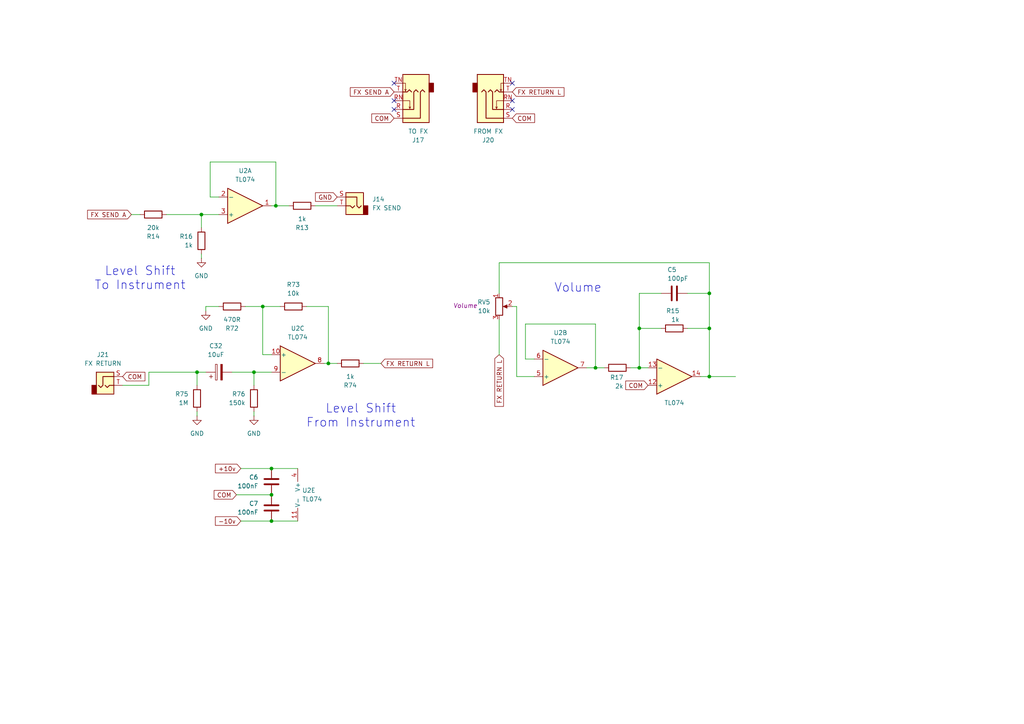
<source format=kicad_sch>
(kicad_sch (version 20231120) (generator "eeschema") (generator_version "8.0")
  (paper "A4")
  (title_block (title "Audio Thing Template") (rev "1.0") (company "velvia-fifty") (comment 1 "https://github.com/velvia-fifty/AudioThings") (comment 2 "You should have changed this already :)") (comment 4 "Stay humble"))
  (lib_symbols
    (symbol "Amplifier_Operational:TL074" (pin_names (offset 0.127))
      (property "Reference" "U" (at 0 5.08 0))
      (property "Value" "TL074" (at 0 -5.08 0))
      (symbol "TL074_1_1"
        (polyline (pts (xy -5.08 5.08) (xy 5.08 0) (xy -5.08 -5.08) (xy -5.08 5.08)) (stroke (width 0.254)) (fill (type background)))
        (pin output line (at 7.62 0 180) (length 2.54) (name "~") (number "1"))
        (pin input line (at -7.62 -2.54 0) (length 2.54) (name "-") (number "2"))
        (pin input line (at -7.62 2.54 0) (length 2.54) (name "+") (number "3"))
      )
      (symbol "TL074_2_1"
        (polyline (pts (xy -5.08 5.08) (xy 5.08 0) (xy -5.08 -5.08) (xy -5.08 5.08)) (stroke (width 0.254)) (fill (type background)))
        (pin input line (at -7.62 2.54 0) (length 2.54) (name "+") (number "5"))
        (pin input line (at -7.62 -2.54 0) (length 2.54) (name "-") (number "6"))
        (pin output line (at 7.62 0 180) (length 2.54) (name "~") (number "7"))
      )
      (symbol "TL074_3_1"
        (polyline (pts (xy -5.08 5.08) (xy 5.08 0) (xy -5.08 -5.08) (xy -5.08 5.08)) (stroke (width 0.254)) (fill (type background)))
        (pin input line (at -7.62 2.54 0) (length 2.54) (name "+") (number "10"))
        (pin output line (at 7.62 0 180) (length 2.54) (name "~") (number "8"))
        (pin input line (at -7.62 -2.54 0) (length 2.54) (name "-") (number "9"))
      )
      (symbol "TL074_4_1"
        (polyline (pts (xy -5.08 5.08) (xy 5.08 0) (xy -5.08 -5.08) (xy -5.08 5.08)) (stroke (width 0.254)) (fill (type background)))
        (pin input line (at -7.62 2.54 0) (length 2.54) (name "+") (number "12"))
        (pin input line (at -7.62 -2.54 0) (length 2.54) (name "-") (number "13"))
        (pin output line (at 7.62 0 180) (length 2.54) (name "~") (number "14"))
      )
      (symbol "TL074_5_1"
        (pin power_in line (at -2.54 -7.62 90) (length 3.81) (name "V-") (number "11"))
        (pin power_in line (at -2.54 7.62 270) (length 3.81) (name "V+") (number "4"))
      )
    )
    (symbol "Connector_Audio:AudioJack2"
      (property "Reference" "J" (at 0 8.89 0))
      (property "Value" "AudioJack2" (at 0 6.35 0))
      (symbol "AudioJack2_0_1"
        (rectangle (start -3.81 0) (end -2.54 -2.54) (stroke (width 0.254)) (fill (type outline)))
        (rectangle (start -2.54 3.81) (end 2.54 -2.54) (stroke (width 0.254)) (fill (type background)))
        (polyline (pts (xy 0 0) (xy 0.635 -0.635) (xy 1.27 0) (xy 2.54 0)) (stroke (width 0.254)))
        (polyline (pts (xy 2.54 2.54) (xy -0.635 2.54) (xy -0.635 0) (xy -1.27 -0.635) (xy -1.905 0)) (stroke (width 0.254)))
      )
      (symbol "AudioJack2_1_1"
        (pin passive line (at 5.08 2.54 180) (length 2.54) (name "~") (number "S"))
        (pin passive line (at 5.08 0 180) (length 2.54) (name "~") (number "T"))
      )
    )
    (symbol "Connector_Audio:AudioJack3_SwitchTR"
      (property "Reference" "J" (at 0 8.89 0))
      (property "Value" "AudioJack3_SwitchTR" (at 0 6.35 0))
      (symbol "AudioJack3_SwitchTR_0_1"
        (rectangle (start -5.08 -5.08) (end -6.35 -7.62) (stroke (width 0.254)) (fill (type outline)))
        (polyline (pts (xy 0.508 -0.254) (xy 0.762 -0.762)))
        (polyline (pts (xy 1.778 -5.334) (xy 2.032 -5.842)))
        (polyline (pts (xy 0 -5.08) (xy 0.635 -5.715) (xy 1.27 -5.08) (xy 2.54 -5.08)) (stroke (width 0.254)))
        (polyline (pts (xy 2.54 -7.62) (xy 1.778 -7.62) (xy 1.778 -5.334) (xy 1.524 -5.842)))
        (polyline (pts (xy 2.54 -2.54) (xy 0.508 -2.54) (xy 0.508 -0.254) (xy 0.254 -0.762)))
        (polyline (pts (xy -1.905 -5.08) (xy -1.27 -5.715) (xy -0.635 -5.08) (xy -0.635 0) (xy 2.54 0)) (stroke (width 0.254)))
        (polyline (pts (xy 2.54 2.54) (xy -2.54 2.54) (xy -2.54 -5.08) (xy -3.175 -5.715) (xy -3.81 -5.08)) (stroke (width 0.254)))
        (rectangle (start 2.54 3.81) (end -5.08 -10.16) (stroke (width 0.254)) (fill (type background)))
      )
      (symbol "AudioJack3_SwitchTR_1_1"
        (pin passive line (at 5.08 0 180) (length 2.54) (name "~") (number "R"))
        (pin passive line (at 5.08 -2.54 180) (length 2.54) (name "~") (number "RN"))
        (pin passive line (at 5.08 2.54 180) (length 2.54) (name "~") (number "S"))
        (pin passive line (at 5.08 -5.08 180) (length 2.54) (name "~") (number "T"))
        (pin passive line (at 5.08 -7.62 180) (length 2.54) (name "~") (number "TN"))
      )
    )
    (symbol "Device:C" (pin_numbers hide) (pin_names (offset 0.254))
      (property "Reference" "C" (at 0.635 2.54 0))
      (property "Value" "C" (at 0.635 -2.54 0))
      (symbol "C_0_1"
        (polyline (pts (xy -2.032 -0.762) (xy 2.032 -0.762)) (stroke (width 0.508)))
        (polyline (pts (xy -2.032 0.762) (xy 2.032 0.762)) (stroke (width 0.508)))
      )
      (symbol "C_1_1"
        (pin passive line (at 0 3.81 270) (length 2.794) (name "~") (number "1"))
        (pin passive line (at 0 -3.81 90) (length 2.794) (name "~") (number "2"))
      )
    )
    (symbol "Device:C_Polarized" (pin_numbers hide) (pin_names (offset 0.254))
      (property "Reference" "C" (at 0.635 2.54 0))
      (property "Value" "C_Polarized" (at 0.635 -2.54 0))
      (symbol "C_Polarized_0_1"
        (rectangle (start -2.286 0.508) (end 2.286 1.016))
        (polyline (pts (xy -1.778 2.286) (xy -0.762 2.286)))
        (polyline (pts (xy -1.27 2.794) (xy -1.27 1.778)))
        (rectangle (start 2.286 -0.508) (end -2.286 -1.016) (fill (type outline)))
      )
      (symbol "C_Polarized_1_1"
        (pin passive line (at 0 3.81 270) (length 2.794) (name "~") (number "1"))
        (pin passive line (at 0 -3.81 90) (length 2.794) (name "~") (number "2"))
      )
    )
    (symbol "Device:R" (pin_numbers hide) (pin_names (offset 0))
      (property "Reference" "R" (at 2.032 0 90))
      (property "Value" "R" (at 0 0 90))
      (symbol "R_0_1"
        (rectangle (start -1.016 -2.54) (end 1.016 2.54) (stroke (width 0.254)))
      )
      (symbol "R_1_1"
        (pin passive line (at 0 3.81 270) (length 1.27) (name "~") (number "1"))
        (pin passive line (at 0 -3.81 90) (length 1.27) (name "~") (number "2"))
      )
    )
    (symbol "Device:R_Potentiometer" (pin_names (offset 1.016) hide)
      (property "Reference" "RV" (at -4.445 0 90))
      (property "Value" "R_Potentiometer" (at -2.54 0 90))
      (symbol "R_Potentiometer_0_1"
        (polyline (pts (xy 2.54 0) (xy 1.524 0)))
        (polyline (pts (xy 1.143 0) (xy 2.286 0.508) (xy 2.286 -0.508) (xy 1.143 0)) (fill (type outline)))
        (rectangle (start 1.016 2.54) (end -1.016 -2.54) (stroke (width 0.254)))
      )
      (symbol "R_Potentiometer_1_1"
        (pin passive line (at 0 3.81 270) (length 1.27) (name "1") (number "1"))
        (pin passive line (at 3.81 0 180) (length 1.27) (name "2") (number "2"))
        (pin passive line (at 0 -3.81 90) (length 1.27) (name "3") (number "3"))
      )
    )
    (symbol "power:GND" (power) (pin_numbers hide) (pin_names (offset 0) hide)
      (property "Value" "GND" (at 0 -3.81 0))
      (symbol "GND_0_1"
        (polyline (pts (xy 0 0) (xy 0 -1.27) (xy 1.27 -1.27) (xy 0 -2.54) (xy -1.27 -1.27) (xy 0 -1.27)))
      )
      (symbol "GND_1_1"
        (pin power_in line (at 0 0 270) (length 0) (name "~") (number "1"))
      )
    )
  )
  (junction (at 57.15 107.95))
  (junction (at 185.42 95.25))
  (junction (at 205.74 85.09))
  (junction (at 73.66 107.95))
  (junction (at 76.2 88.9))
  (junction (at 58.42 62.23))
  (junction (at 172.72 106.68))
  (junction (at 78.74 135.89))
  (junction (at 78.74 151.13))
  (junction (at 95.25 105.41))
  (junction (at 80.01 59.69))
  (junction (at 205.74 109.22))
  (junction (at 185.42 106.68))
  (junction (at 78.74 143.51))
  (junction (at 205.74 95.25))
  (no_connect (at 114.3 29.21))
  (no_connect (at 114.3 31.75))
  (no_connect (at 148.59 29.21))
  (no_connect (at 148.59 31.75))
  (no_connect (at 148.59 24.13))
  (no_connect (at 114.3 24.13))
  (wire (pts (xy 68.58 143.51) (xy 78.74 143.51)))
  (wire (pts (xy 205.74 95.25) (xy 205.74 109.22)))
  (wire (pts (xy 185.42 85.09) (xy 185.42 95.25)))
  (wire (pts (xy 80.01 46.99) (xy 80.01 59.69)))
  (wire (pts (xy 57.15 107.95) (xy 59.69 107.95)))
  (wire (pts (xy 95.25 105.41) (xy 93.98 105.41)))
  (wire (pts (xy 57.15 119.38) (xy 57.15 120.65)))
  (wire (pts (xy 76.2 102.87) (xy 76.2 88.9)))
  (wire (pts (xy 63.5 57.15) (xy 60.96 57.15)))
  (wire (pts (xy 48.26 62.23) (xy 58.42 62.23)))
  (wire (pts (xy 152.4 93.98) (xy 172.72 93.98)))
  (wire (pts (xy 71.12 88.9) (xy 76.2 88.9)))
  (wire (pts (xy 73.66 119.38) (xy 73.66 120.65)))
  (wire (pts (xy 43.18 107.95) (xy 57.15 107.95)))
  (wire (pts (xy 185.42 95.25) (xy 191.77 95.25)))
  (wire (pts (xy 57.15 111.76) (xy 57.15 107.95)))
  (wire (pts (xy 76.2 88.9) (xy 81.28 88.9)))
  (wire (pts (xy 73.66 111.76) (xy 73.66 107.95)))
  (wire (pts (xy 110.49 105.41) (xy 105.41 105.41)))
  (wire (pts (xy 59.69 88.9) (xy 63.5 88.9)))
  (wire (pts (xy 187.96 106.68) (xy 185.42 106.68)))
  (wire (pts (xy 172.72 93.98) (xy 172.72 106.68)))
  (wire (pts (xy 78.74 135.89) (xy 86.36 135.89)))
  (wire (pts (xy 148.59 88.9) (xy 149.86 88.9)))
  (wire (pts (xy 60.96 57.15) (xy 60.96 46.99)))
  (wire (pts (xy 199.39 85.09) (xy 205.74 85.09)))
  (wire (pts (xy 43.18 111.76) (xy 43.18 107.95)))
  (wire (pts (xy 191.77 85.09) (xy 185.42 85.09)))
  (wire (pts (xy 88.9 88.9) (xy 95.25 88.9)))
  (wire (pts (xy 58.42 73.66) (xy 58.42 74.93)))
  (wire (pts (xy 83.82 59.69) (xy 80.01 59.69)))
  (wire (pts (xy 205.74 109.22) (xy 203.2 109.22)))
  (wire (pts (xy 60.96 46.99) (xy 80.01 46.99)))
  (wire (pts (xy 38.1 62.23) (xy 40.64 62.23)))
  (wire (pts (xy 78.74 107.95) (xy 73.66 107.95)))
  (wire (pts (xy 69.85 135.89) (xy 78.74 135.89)))
  (wire (pts (xy 95.25 88.9) (xy 95.25 105.41)))
  (wire (pts (xy 78.74 59.69) (xy 80.01 59.69)))
  (wire (pts (xy 78.74 151.13) (xy 86.36 151.13)))
  (wire (pts (xy 144.78 92.71) (xy 144.78 102.87)))
  (wire (pts (xy 149.86 88.9) (xy 149.86 109.22)))
  (wire (pts (xy 154.94 104.14) (xy 152.4 104.14)))
  (wire (pts (xy 63.5 62.23) (xy 58.42 62.23)))
  (wire (pts (xy 172.72 106.68) (xy 170.18 106.68)))
  (wire (pts (xy 73.66 107.95) (xy 67.31 107.95)))
  (wire (pts (xy 69.85 151.13) (xy 78.74 151.13)))
  (wire (pts (xy 35.56 111.76) (xy 43.18 111.76)))
  (wire (pts (xy 185.42 95.25) (xy 185.42 106.68)))
  (wire (pts (xy 205.74 76.2) (xy 144.78 76.2)))
  (wire (pts (xy 205.74 85.09) (xy 205.74 76.2)))
  (wire (pts (xy 185.42 106.68) (xy 182.88 106.68)))
  (wire (pts (xy 97.79 59.69) (xy 91.44 59.69)))
  (wire (pts (xy 78.74 102.87) (xy 76.2 102.87)))
  (wire (pts (xy 144.78 76.2) (xy 144.78 85.09)))
  (wire (pts (xy 97.79 105.41) (xy 95.25 105.41)))
  (wire (pts (xy 205.74 109.22) (xy 213.36 109.22)))
  (wire (pts (xy 175.26 106.68) (xy 172.72 106.68)))
  (wire (pts (xy 149.86 109.22) (xy 154.94 109.22)))
  (wire (pts (xy 59.69 90.17) (xy 59.69 88.9)))
  (wire (pts (xy 152.4 104.14) (xy 152.4 93.98)))
  (wire (pts (xy 205.74 85.09) (xy 205.74 95.25)))
  (wire (pts (xy 199.39 95.25) (xy 205.74 95.25)))
  (wire (pts (xy 58.42 62.23) (xy 58.42 66.04)))
  (text "Level Shift\nTo Instrument" (at 40.64 80.772 0) (effects (font (size 2.54 2.54))))
  (text "Level Shift\nFrom Instrument" (at 104.648 120.65 0) (effects (font (size 2.54 2.54))))
  (text "Volume" (at 167.64 83.566 0) (effects (font (size 2.54 2.54))))
  (global_label "FX SEND A" (shape input) (at 38.1 62.23 180) (property "Intersheetrefs" "${INTERSHEET_REFS}" (effects (hide yes))))
  (global_label "GND" (shape input) (at 97.79 57.15 180) (property "Intersheetrefs" "${INTERSHEET_REFS}" (effects (hide yes))))
  (global_label "COM" (shape input) (at 68.58 143.51 180) (property "Intersheetrefs" "${INTERSHEET_REFS}" (effects (hide yes))))
  (global_label "FX SEND A" (shape input) (at 114.3 26.67 180) (property "Intersheetrefs" "${INTERSHEET_REFS}" (effects (hide yes))))
  (global_label "COM" (shape input) (at 114.3 34.29 180) (property "Intersheetrefs" "${INTERSHEET_REFS}" (effects (hide yes))))
  (global_label "COM" (shape input) (at 187.96 111.76 180) (property "Intersheetrefs" "${INTERSHEET_REFS}" (effects (hide yes))))
  (global_label "-10v" (shape input) (at 69.85 151.13 180) (property "Intersheetrefs" "${INTERSHEET_REFS}" (effects (hide yes))))
  (global_label "FX RETURN L" (shape input) (at 144.78 102.87 270) (property "Intersheetrefs" "${INTERSHEET_REFS}" (effects (hide yes))))
  (global_label "+10v" (shape input) (at 69.85 135.89 180) (property "Intersheetrefs" "${INTERSHEET_REFS}" (effects (hide yes))))
  (global_label "COM" (shape input) (at 148.59 34.29 0) (property "Intersheetrefs" "${INTERSHEET_REFS}" (effects (hide yes))))
  (global_label "FX RETURN L" (shape input) (at 148.59 26.67 0) (property "Intersheetrefs" "${INTERSHEET_REFS}" (effects (hide yes))))
  (global_label "FX RETURN L" (shape input) (at 110.49 105.41 0) (property "Intersheetrefs" "${INTERSHEET_REFS}" (effects (hide yes))))
  (global_label "COM" (shape input) (at 35.56 109.22 0) (property "Intersheetrefs" "${INTERSHEET_REFS}" (effects (hide yes))))
  (symbol (lib_id "Amplifier_Operational:TL074") (at 195.58 109.22 0) (mirror x) (unit 4)
    (property "Reference" "U2" (effects (hide yes)))
    (property "Value" "TL074" (at 195.58 116.84 0))
    (property "Footprint" "Package_SO:TSSOP-14_4.4x5mm_P0.65mm" (effects (hide yes)))
    (property "Datasheet" "http://www.ti.com/lit/ds/symlink/tl071.pdf" (effects (hide yes)))
    (property "Description" "Quad Low-Noise JFET-Input Operational Amplifiers, DIP-14/SOIC-14" (effects (hide yes)))
  )
  (symbol (lib_id "power:GND") (at 59.69 90.17 0) (unit 1)
    (property "Reference" "#PWR030" (effects (hide yes)))
    (property "Value" "GND" (at 59.69 95.25 0))
    (property "Description" "Power symbol creates a global label with name \"GND\" , ground" (effects (hide yes)))
  )
  (symbol (lib_id "power:GND") (at 58.42 74.93 0) (unit 1)
    (property "Reference" "#PWR026" (effects (hide yes)))
    (property "Value" "GND" (at 58.42 80.01 0))
    (property "Description" "Power symbol creates a global label with name \"GND\" , ground" (effects (hide yes)))
  )
  (symbol (lib_id "Device:C_Polarized") (at 63.5 107.95 90) (unit 1)
    (property "Reference" "C32" (at 62.611 100.33 90))
    (property "Value" "10uF" (at 62.611 102.87 90))
    (property "Footprint" "Capacitor_SMD:CP_Elec_5x5.4" (effects (hide yes)))
    (property "Datasheet" "https://www.digikey.com/en/products/detail/nichicon/UUQ1V100MCL1GB/1963930" (effects (hide yes)))
    (property "Description" "Polarized capacitor" (effects (hide yes)))
  )
  (symbol (lib_id "Device:R") (at 195.58 95.25 270) (unit 1)
    (property "Reference" "R15" (at 197.104 90.17 90) (effects (justify right)))
    (property "Value" "1k" (at 197.104 92.71 90) (effects (justify right)))
    (property "Footprint" "Resistor_SMD:R_0805_2012Metric_Pad1.20x1.40mm_HandSolder" (effects (hide yes)))
    (property "Description" "Resistor" (effects (hide yes)))
  )
  (symbol (lib_id "Device:C") (at 195.58 85.09 90) (mirror x) (unit 1)
    (property "Reference" "C5" (at 193.548 78.232 90) (effects (justify right)))
    (property "Value" "100pF" (at 193.548 80.772 90) (effects (justify right)))
    (property "Footprint" "Capacitor_SMD:C_0805_2012Metric_Pad1.18x1.45mm_HandSolder" (effects (hide yes)))
    (property "Description" "Unpolarized capacitor" (effects (hide yes)))
  )
  (symbol (lib_id "Device:R") (at 44.45 62.23 90) (mirror x) (unit 1)
    (property "Reference" "R14" (at 44.45 68.58 90))
    (property "Value" "20k" (at 44.45 66.04 90))
    (property "Footprint" "Resistor_SMD:R_0805_2012Metric_Pad1.20x1.40mm_HandSolder" (effects (hide yes)))
    (property "Description" "Resistor" (effects (hide yes)))
  )
  (symbol (lib_id "Device:R") (at 67.31 88.9 90) (mirror x) (unit 1)
    (property "Reference" "R72" (at 67.31 95.25 90))
    (property "Value" "470R" (at 67.31 92.71 90))
    (property "Footprint" "Resistor_SMD:R_0805_2012Metric_Pad1.20x1.40mm_HandSolder" (effects (hide yes)))
    (property "Description" "Resistor" (effects (hide yes)))
  )
  (symbol (lib_id "Connector_Audio:AudioJack3_SwitchTR") (at 143.51 31.75 0) (mirror x) (unit 1)
    (property "Reference" "J20" (at 141.605 40.64 0))
    (property "Value" "FROM FX" (at 141.605 38.1 0))
    (property "Footprint" "Connector_Audio:Jack_3.5mm_CUI_SJ2-3593D-SMT_Horizontal" (effects (hide yes)))
    (property "Description" "Audio Jack, 3 Poles (Stereo / TRS), Switched TR Poles (Normalling)" (effects (hide yes)))
  )
  (symbol (lib_id "Device:R") (at 73.66 115.57 0) (mirror x) (unit 1)
    (property "Reference" "R76" (at 71.2016 114.2999 0) (effects (justify right)))
    (property "Value" "150k" (at 71.2016 116.8399 0) (effects (justify right)))
    (property "Footprint" "Resistor_SMD:R_0805_2012Metric_Pad1.20x1.40mm_HandSolder" (effects (hide yes)))
    (property "Description" "Resistor" (effects (hide yes)))
  )
  (symbol (lib_id "Connector_Audio:AudioJack3_SwitchTR") (at 119.38 31.75 180) (unit 1)
    (property "Reference" "J17" (at 121.285 40.64 0))
    (property "Value" "TO FX" (at 121.285 38.1 0))
    (property "Footprint" "Connector_Audio:Jack_3.5mm_CUI_SJ2-3593D-SMT_Horizontal" (effects (hide yes)))
    (property "Description" "Audio Jack, 3 Poles (Stereo / TRS), Switched TR Poles (Normalling)" (effects (hide yes)))
  )
  (symbol (lib_id "Amplifier_Operational:TL074") (at 86.36 105.41 0) (unit 3)
    (property "Reference" "U2" (at 86.36 95.25 0))
    (property "Value" "TL074" (at 86.36 97.79 0))
    (property "Footprint" "Package_SO:TSSOP-14_4.4x5mm_P0.65mm" (effects (hide yes)))
    (property "Datasheet" "http://www.ti.com/lit/ds/symlink/tl071.pdf" (effects (hide yes)))
    (property "Description" "Quad Low-Noise JFET-Input Operational Amplifiers, DIP-14/SOIC-14" (effects (hide yes)))
  )
  (symbol (lib_id "Amplifier_Operational:TL074") (at 71.12 59.69 0) (mirror x) (unit 1)
    (property "Reference" "U2" (at 71.12 49.53 0))
    (property "Value" "TL074" (at 71.12 52.07 0))
    (property "Footprint" "Package_SO:TSSOP-14_4.4x5mm_P0.65mm" (effects (hide yes)))
    (property "Datasheet" "http://www.ti.com/lit/ds/symlink/tl071.pdf" (effects (hide yes)))
    (property "Description" "Quad Low-Noise JFET-Input Operational Amplifiers, DIP-14/SOIC-14" (effects (hide yes)))
  )
  (symbol (lib_id "Amplifier_Operational:TL074") (at 162.56 106.68 0) (mirror x) (unit 2)
    (property "Reference" "U2" (at 162.56 96.52 0))
    (property "Value" "TL074" (at 162.56 99.06 0))
    (property "Footprint" "Package_SO:TSSOP-14_4.4x5mm_P0.65mm" (effects (hide yes)))
    (property "Datasheet" "http://www.ti.com/lit/ds/symlink/tl071.pdf" (effects (hide yes)))
    (property "Description" "Quad Low-Noise JFET-Input Operational Amplifiers, DIP-14/SOIC-14" (effects (hide yes)))
  )
  (symbol (lib_id "Device:R") (at 87.63 59.69 90) (mirror x) (unit 1)
    (property "Reference" "R13" (at 87.63 66.04 90))
    (property "Value" "1k" (at 87.63 63.5 90))
    (property "Footprint" "Resistor_SMD:R_0805_2012Metric_Pad1.20x1.40mm_HandSolder" (effects (hide yes)))
    (property "Description" "Resistor" (effects (hide yes)))
  )
  (symbol (lib_id "power:GND") (at 57.15 120.65 0) (unit 1)
    (property "Reference" "#PWR031" (effects (hide yes)))
    (property "Value" "GND" (at 57.15 125.73 0))
    (property "Description" "Power symbol creates a global label with name \"GND\" , ground" (effects (hide yes)))
  )
  (symbol (lib_id "power:GND") (at 73.66 120.65 0) (unit 1)
    (property "Reference" "#PWR032" (effects (hide yes)))
    (property "Value" "GND" (at 73.66 125.73 0))
    (property "Description" "Power symbol creates a global label with name \"GND\" , ground" (effects (hide yes)))
  )
  (symbol (lib_id "Device:C") (at 78.74 147.32 0) (mirror x) (unit 1)
    (property "Reference" "C7" (at 74.93 146.0499 0) (effects (justify right)))
    (property "Value" "100nF" (at 74.93 148.5899 0) (effects (justify right)))
    (property "Footprint" "Capacitor_SMD:C_0805_2012Metric_Pad1.18x1.45mm_HandSolder" (effects (hide yes)))
    (property "Description" "Unpolarized capacitor" (effects (hide yes)))
  )
  (symbol (lib_id "Device:R") (at 101.6 105.41 90) (mirror x) (unit 1)
    (property "Reference" "R74" (at 101.6 111.76 90))
    (property "Value" "1k" (at 101.6 109.22 90))
    (property "Footprint" "Resistor_SMD:R_0805_2012Metric_Pad1.20x1.40mm_HandSolder" (effects (hide yes)))
    (property "Description" "Resistor" (effects (hide yes)))
  )
  (symbol (lib_id "Device:R") (at 57.15 115.57 0) (mirror x) (unit 1)
    (property "Reference" "R75" (at 54.6916 114.2999 0) (effects (justify right)))
    (property "Value" "1M" (at 54.6916 116.8399 0) (effects (justify right)))
    (property "Footprint" "Resistor_SMD:R_0805_2012Metric_Pad1.20x1.40mm_HandSolder" (effects (hide yes)))
    (property "Description" "Resistor" (effects (hide yes)))
  )
  (symbol (lib_id "Connector_Audio:AudioJack2") (at 102.87 59.69 0) (mirror y) (unit 1)
    (property "Reference" "J14" (at 107.95 57.7849 0) (effects (justify right)))
    (property "Value" "FX SEND" (at 107.95 60.3249 0) (effects (justify right)))
    (property "Footprint" "AT-Footprints:Quarter Inch" (effects (hide yes)))
    (property "Description" "Audio Jack, 2 Poles (Mono / TS)" (effects (hide yes)))
  )
  (symbol (lib_id "Amplifier_Operational:TL074") (at 88.9 143.51 0) (unit 5)
    (property "Reference" "U2" (at 87.63 142.2399 0) (effects (justify left)))
    (property "Value" "TL074" (at 87.63 144.7799 0) (effects (justify left)))
    (property "Footprint" "Package_SO:TSSOP-14_4.4x5mm_P0.65mm" (effects (hide yes)))
    (property "Datasheet" "http://www.ti.com/lit/ds/symlink/tl071.pdf" (effects (hide yes)))
    (property "Description" "Quad Low-Noise JFET-Input Operational Amplifiers, DIP-14/SOIC-14" (effects (hide yes)))
  )
  (symbol (lib_id "Connector_Audio:AudioJack2") (at 30.48 111.76 0) (unit 1)
    (property "Reference" "J21" (at 29.845 102.87 0))
    (property "Value" "FX RETURN" (at 29.845 105.41 0))
    (property "Footprint" "AT-Footprints:Quarter Inch" (effects (hide yes)))
    (property "Description" "Audio Jack, 2 Poles (Mono / TS)" (effects (hide yes)))
  )
  (symbol (lib_id "Device:R") (at 179.07 106.68 270) (mirror x) (unit 1)
    (property "Reference" "R17" (at 180.848 109.474 90) (effects (justify right)))
    (property "Value" "2k" (at 180.848 112.014 90) (effects (justify right)))
    (property "Footprint" "Resistor_SMD:R_0805_2012Metric_Pad1.20x1.40mm_HandSolder" (effects (hide yes)))
    (property "Description" "Resistor" (effects (hide yes)))
  )
  (symbol (lib_id "Device:R_Potentiometer") (at 144.78 88.9 0) (unit 1)
    (property "Reference" "RV5" (at 142.24 87.6299 0) (effects (justify right)))
    (property "Value" "10k" (at 142.24 90.1699 0) (effects (justify right)))
    (property "Footprint" "Potentiometer_THT:Potentiometer_Bourns_PTV09A-2_Single_Horizontal" (effects (hide yes)))
    (property "Description" "Potentiometer" (effects (hide yes)))
    (property "Field5" "Volume" (at 134.874 88.646 0) (effects (font (italic yes))))
  )
  (symbol (lib_id "Device:C") (at 78.74 139.7 0) (mirror x) (unit 1)
    (property "Reference" "C6" (at 74.93 138.4299 0) (effects (justify right)))
    (property "Value" "100nF" (at 74.93 140.9699 0) (effects (justify right)))
    (property "Footprint" "Capacitor_SMD:C_0805_2012Metric_Pad1.18x1.45mm_HandSolder" (effects (hide yes)))
    (property "Description" "Unpolarized capacitor" (effects (hide yes)))
  )
  (symbol (lib_id "Device:R") (at 58.42 69.85 0) (mirror x) (unit 1)
    (property "Reference" "R16" (at 55.9616 68.5799 0) (effects (justify right)))
    (property "Value" "1k" (at 55.9616 71.1199 0) (effects (justify right)))
    (property "Footprint" "Resistor_SMD:R_0805_2012Metric_Pad1.20x1.40mm_HandSolder" (effects (hide yes)))
    (property "Description" "Resistor" (effects (hide yes)))
  )
  (symbol (lib_id "Device:R") (at 85.09 88.9 90) (unit 1)
    (property "Reference" "R73" (at 85.09 82.55 90))
    (property "Value" "10k" (at 85.09 85.09 90))
    (property "Footprint" "Resistor_SMD:R_0805_2012Metric_Pad1.20x1.40mm_HandSolder" (effects (hide yes)))
    (property "Description" "Resistor" (effects (hide yes)))
  )
)
</source>
